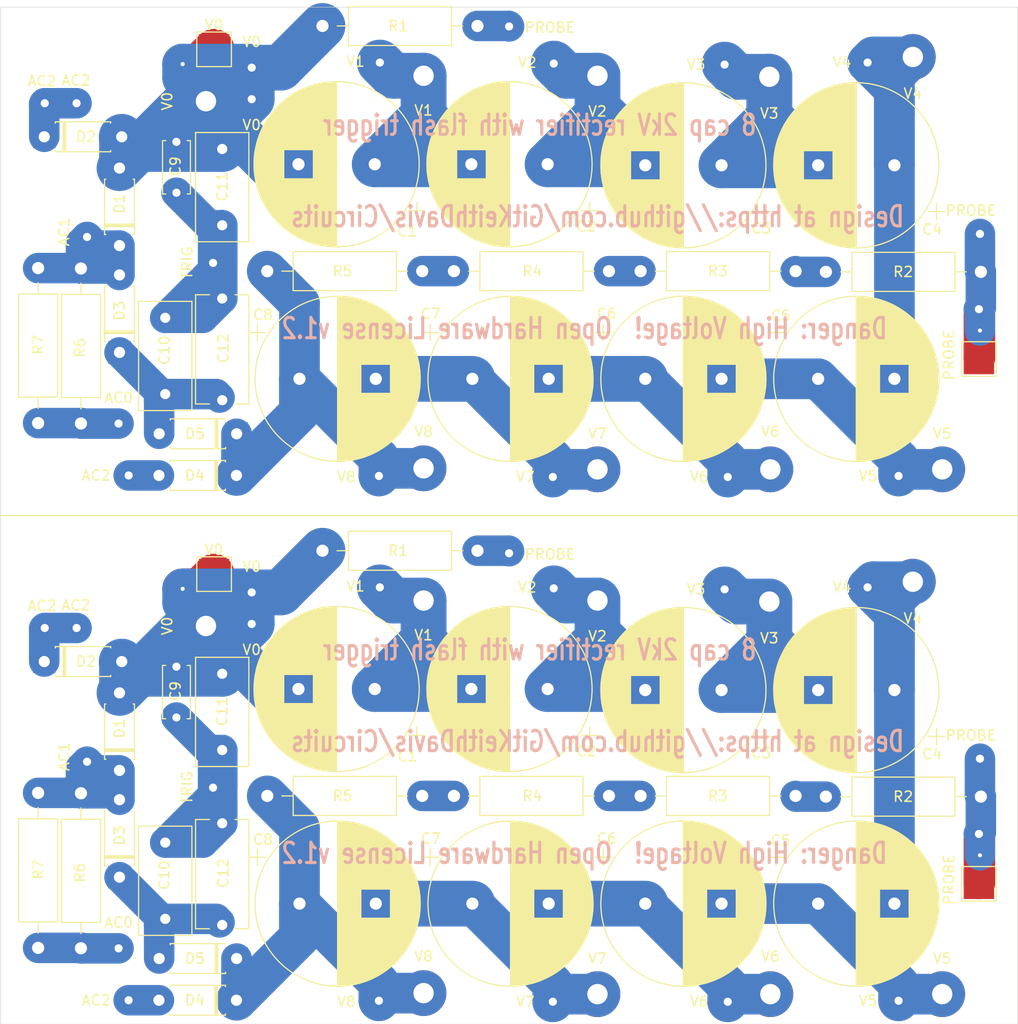
<source format=kicad_pcb>
(kicad_pcb (version 20171130) (host pcbnew 5.1.4-e60b266~84~ubuntu16.04.1)
  (title_block (title "8 cap 2kV rectifier with flash trigger bank") (date 2019-10-08) (company "Keith Davis") (comment 1 "Open Source Hardware﻿") (comment 2 "﻿CERN Open Hardware License v1.2"))
  (layers (0 F.Cu signal) (31 B.Cu signal) (34 B.Paste user) (35 F.Paste user) (36 B.SilkS user) (37 F.SilkS user) (38 B.Mask user) (39 F.Mask user) (44 Edge.Cuts user))
  (net 0 "")
  (net 1 V0)
  (net 2 V1)
  (net 3 V2)
  (net 4 V3)
  (net 5 V4)
  (net 6 V5)
  (net 7 V6)
  (net 8 V7)
  (net 9 V8)
  (net 10 TRIG)
  (net 11 "Net-(C10-Pad1)")
  (net 12 AC1)
  (net 13 AC2)
  (net 14 PROBE)
  (net 15 AC0)
  (net 16 "Net-(R2-Pad1)")
  (net 17 "Net-(R3-Pad1)")
  (net 18 "Net-(R4-Pad1)")
  (module Capacitor_THT:CP_Radial_D16.0mm_P7.50mm (layer F.Cu) (at 180.39 86.55)
    (fp_text reference C5 (at -3.7 -6.2) (layer F.SilkS))
    (fp_text value 270u)
    (pad 1 thru_hole rect (at 0 0) (size 2.4 2.4) (drill 1.2) (layers *.Cu *.Mask))
    (pad 2 thru_hole circle (at 7.5 0) (size 2.4 2.4) (drill 1.2) (layers *.Cu *.Mask))
  )
  (module Capacitor_THT:CP_Radial_D16.0mm_P7.50mm (layer F.Cu) (at 163.39 86.55)
    (fp_text reference C6 (at -3.8 -6.4) (layer F.SilkS))
    (fp_text value 270u)
    (pad 1 thru_hole rect (at 0 0) (size 2.4 2.4) (drill 1.2) (layers *.Cu *.Mask))
    (pad 2 thru_hole circle (at 7.5 0) (size 2.4 2.4) (drill 1.2) (layers *.Cu *.Mask))
  )
  (module Connector_Wire:SolderWirePad_1x01_Drill2mm (layer F.Cu) (at 158.69 95.45)
    (fp_text reference V7 (at 0 -3.5) (layer F.SilkS))
    (fp_text value Conn_01x01_Female)
    (pad 1 thru_hole circle (at 0 0) (size 4.50088 4.50088) (drill 1.99898) (layers *.Cu *.Mask))
  )
  (module Connector_Wire:SolderWirePad_1x01_Drill2mm (layer F.Cu) (at 141.59 95.35 90)
    (fp_text reference V8 (at 3.6 0 180) (layer F.SilkS))
    (fp_text value Conn_01x01_Female)
    (pad 1 thru_hole circle (at 0 0 90) (size 4.50088 4.50088) (drill 1.99898) (layers *.Cu *.Mask))
  )
  (module Connector_Wire:SolderWirePad_1x01_Drill0.8mm (layer F.Cu) (at 108.5 72.6 90)
    (fp_text reference AC1 (at 0.5 -2.25 90) (layer F.SilkS))
    (fp_text value Conn_01x01_Female)
    (pad 1 thru_hole circle (at 0 0 90) (size 1.99898 1.99898) (drill 0.8001) (layers *.Cu *.Mask))
  )
  (module Connector_Wire:SolderWirePad_1x01_Drill0.8mm (layer F.Cu) (at 112.59 96.05)
    (fp_text reference AC2 (at -3.2 0) (layer F.SilkS))
    (fp_text value Conn_01x01_Female)
    (pad 1 thru_hole circle (at 0 0) (size 1.99898 1.99898) (drill 0.8001) (layers *.Cu *.Mask))
  )
  (module custom:D_DO-41_SOD81_P7.62mm_Horizontal_ref_moved (layer F.Cu) (at 104.29 62.75)
    (fp_text reference D2 (at 4.1 0) (layer F.SilkS))
    (fp_text value R3000 hide)
    (pad 1 thru_hole rect (at 0 0) (size 2.2 2.2) (drill 1.1) (layers *.Cu *.Mask))
    (pad 2 thru_hole oval (at 7.62 0) (size 2.2 2.2) (drill 1.1) (layers *.Cu *.Mask))
  )
  (module Connector_Wire:SolderWirePad_1x01_Drill0.8mm (layer F.Cu) (at 154.3 96.2)
    (fp_text reference V7 (at -2.7 0) (layer F.SilkS))
    (fp_text value Conn_01x01_Female)
    (pad 1 thru_hole circle (at 0 0) (size 1.99898 1.99898) (drill 0.8001) (layers *.Cu *.Mask))
  )
  (module Connector_Wire:SolderWirePad_1x01_Drill0.8mm (layer F.Cu) (at 137.2 96.1)
    (fp_text reference V8 (at -3.2 0.1) (layer F.SilkS))
    (fp_text value Conn_01x01_Female)
    (pad 1 thru_hole circle (at 0 0) (size 1.99898 1.99898) (drill 0.8001) (layers *.Cu *.Mask))
  )
  (module custom:D_DO-41_SOD81_P7.62mm_Horizontal_ref_moved (layer F.Cu) (at 111.69 73.45 90)
    (fp_text reference D1 (at 4.12 0 90) (layer F.SilkS))
    (fp_text value R3000 hide)
    (pad 1 thru_hole rect (at 0 0 90) (size 2.2 2.2) (drill 1.1) (layers *.Cu *.Mask))
    (pad 2 thru_hole oval (at 7.62 0 90) (size 2.2 2.2) (drill 1.1) (layers *.Cu *.Mask))
  )
  (module Resistor_THT:R_Axial_DIN0411_L9.9mm_D3.6mm_P15.24mm_Horizontal (layer F.Cu) (at 162.93 75.96)
    (fp_text reference R3 (at 7.6 0) (layer F.SilkS))
    (fp_text value 10meg)
    (pad 1 thru_hole circle (at 0 0) (size 2.4 2.4) (drill 1.2) (layers *.Cu *.Mask))
    (pad 2 thru_hole oval (at 15.24 0) (size 2.4 2.4) (drill 1.2) (layers *.Cu *.Mask))
  )
  (module Connector_Wire:SolderWirePad_1x01_Drill2mm (layer F.Cu) (at 192.59 95.45)
    (fp_text reference V5 (at 0 -3.5) (layer F.SilkS))
    (fp_text value Conn_01x01_Female)
    (pad 1 thru_hole circle (at 0 0) (size 4.50088 4.50088) (drill 1.99898) (layers *.Cu *.Mask))
  )
  (module Connector_Wire:SolderWirePad_1x01_Drill2mm (layer F.Cu) (at 175.69 95.45)
    (fp_text reference V6 (at 0 -3.7) (layer F.SilkS))
    (fp_text value Conn_01x01_Female)
    (pad 1 thru_hole circle (at 0 0) (size 4.50088 4.50088) (drill 1.99898) (layers *.Cu *.Mask))
  )
  (module Resistor_THT:R_Axial_DIN0411_L9.9mm_D3.6mm_P15.24mm_Horizontal (layer F.Cu) (at 126.22 75.96)
    (fp_text reference R5 (at 7.4 0) (layer F.SilkS))
    (fp_text value 10meg)
    (pad 1 thru_hole circle (at 0 0) (size 2.4 2.4) (drill 1.2) (layers *.Cu *.Mask))
    (pad 2 thru_hole oval (at 15.24 0) (size 2.4 2.4) (drill 1.2) (layers *.Cu *.Mask))
  )
  (module Connector_Wire:SolderWirePad_1x01_Drill0.8mm (layer F.Cu) (at 107.47 59.45)
    (fp_text reference AC2 (at -0.07 -2.24) (layer F.SilkS))
    (fp_text value Conn_01x01_Female)
    (pad 1 thru_hole circle (at 0 0) (size 1.99898 1.99898) (drill 0.8001) (layers *.Cu *.Mask))
  )
  (module MountingHole:MountingHole_2.2mm_M2_DIN965 (layer F.Cu) (at 106 95.2)
    (fp_text reference REF** hide)
    (fp_text value MountingHole_2.2mm_M2_DIN965)
    (pad 1 np_thru_hole circle (at 0 0) (size 2.2 2.2) (drill 2.2) (layers *.Cu *.Mask))
  )
  (module Connector_Wire:SolderWirePad_1x01_Drill0.8mm (layer F.Cu) (at 196.3 72.3)
    (fp_text reference PROBE (at -0.9 -2.3) (layer F.SilkS))
    (fp_text value Conn_01x01_Female)
    (pad 1 thru_hole circle (at 0 0) (size 1.99898 1.99898) (drill 0.8001) (layers *.Cu *.Mask))
  )
  (module Connector_Wire:SolderWirePad_1x01_Drill0.8mm (layer F.Cu) (at 124.69 59.05 180)
    (fp_text reference V0 (at 0 -2.54) (layer F.SilkS))
    (fp_text value Conn_01x01_Female)
    (pad 1 thru_hole circle (at 0 0 180) (size 1.99898 1.99898) (drill 0.8001) (layers *.Cu *.Mask))
  )
  (module Resistor_THT:R_Axial_DIN0411_L9.9mm_D3.6mm_P15.24mm_Horizontal (layer F.Cu) (at 103.69 90.9 90)
    (fp_text reference R7 (at 7.7 0 90) (layer F.SilkS))
    (fp_text value 1meg)
    (pad 1 thru_hole circle (at 0 0 90) (size 2.4 2.4) (drill 1.2) (layers *.Cu *.Mask))
    (pad 2 thru_hole oval (at 15.24 0 90) (size 2.4 2.4) (drill 1.2) (layers *.Cu *.Mask))
  )
  (module custom:D_DO-41_SOD81_P7.62mm_Horizontal_ref_moved (layer F.Cu) (at 111.69 83.95 90)
    (fp_text reference D3 (at 4.1 0 90) (layer F.SilkS))
    (fp_text value R3000 hide)
    (pad 1 thru_hole rect (at 0 0 90) (size 2.2 2.2) (drill 1.1) (layers *.Cu *.Mask))
    (pad 2 thru_hole oval (at 7.62 0 90) (size 2.2 2.2) (drill 1.1) (layers *.Cu *.Mask))
  )
  (module TestPoint:TestPoint_Pad_3.0x3.0mm (layer F.Cu) (at 120.99 54.15)
    (fp_text reference V0 (at 0 -2.398) (layer F.SilkS))
    (fp_text value Conn_01x01_Female)
    (pad 1 smd rect (at 0 0) (size 3 3) (layers F.Cu F.Mask))
  )
  (module Connector_Wire:SolderWirePad_1x01_Drill0.8mm (layer F.Cu) (at 150 51.9 90)
    (fp_text reference PROBE (at -0.1 4 180) (layer F.SilkS))
    (fp_text value Conn_01x01_Female)
    (pad 1 thru_hole circle (at 0 0 90) (size 1.99898 1.99898) (drill 0.8001) (layers *.Cu *.Mask))
  )
  (module Connector_Wire:SolderWirePad_1x01_Drill0.8mm (layer F.Cu) (at 104.34 59.45 270)
    (fp_text reference AC2 (at -2.18 0.27 180) (layer F.SilkS))
    (fp_text value Conn_01x01_Female)
    (pad 1 thru_hole circle (at 0 0 270) (size 1.99898 1.99898) (drill 0.8001) (layers *.Cu *.Mask))
  )
  (module custom:D_DO-41_SOD81_P7.62mm_Horizontal_ref_moved (layer F.Cu) (at 123.21 91.95 180)
    (fp_text reference D5 (at 4.1 0) (layer F.SilkS))
    (fp_text value R3000 hide)
    (pad 1 thru_hole rect (at 0 0 180) (size 2.2 2.2) (drill 1.1) (layers *.Cu *.Mask))
    (pad 2 thru_hole oval (at 7.62 0 180) (size 2.2 2.2) (drill 1.1) (layers *.Cu *.Mask))
  )
  (module Connector_Wire:SolderWirePad_1x01_Drill0.8mm (layer F.Cu) (at 120.89 75.15 90)
    (fp_text reference TRIG (at 0 -2.54 90) (layer F.SilkS))
    (fp_text value Conn_01x01_Female)
    (pad 1 thru_hole circle (at 0 0 90) (size 1.99898 1.99898) (drill 0.8001) (layers *.Cu *.Mask))
  )
  (module Connector_Wire:SolderWirePad_1x01_Drill0.8mm (layer F.Cu) (at 111.6 90.95)
    (fp_text reference AC0 (at 0 -2.54) (layer F.SilkS))
    (fp_text value Conn_01x01_Female)
    (pad 1 thru_hole circle (at 0 0) (size 1.99898 1.99898) (drill 0.8001) (layers *.Cu *.Mask))
  )
  (module Connector_Wire:SolderWirePad_1x01_Drill2mm (layer F.Cu) (at 141.59 56.65 90)
    (fp_text reference V1 (at -3.5 0 180) (layer F.SilkS))
    (fp_text value Conn_01x01_Female)
    (pad 1 thru_hole circle (at -0.1 0 90) (size 4.50088 4.50088) (drill 1.99898) (layers *.Cu *.Mask))
  )
  (module Connector_Wire:SolderWirePad_1x01_Drill2mm (layer F.Cu) (at 158.69 56.75)
    (fp_text reference V2 (at 0 3.5) (layer F.SilkS))
    (fp_text value Conn_01x01_Female)
    (pad 1 thru_hole circle (at 0 0) (size 4.50088 4.50088) (drill 1.99898) (layers *.Cu *.Mask))
  )
  (module Resistor_THT:R_Axial_DIN0411_L9.9mm_D3.6mm_P15.24mm_Horizontal (layer F.Cu) (at 181.15 76.03)
    (fp_text reference R2 (at 7.6 0) (layer F.SilkS))
    (fp_text value 10meg)
    (pad 1 thru_hole circle (at 0 0) (size 2.4 2.4) (drill 1.2) (layers *.Cu *.Mask))
    (pad 2 thru_hole oval (at 15.24 0) (size 2.4 2.4) (drill 1.2) (layers *.Cu *.Mask))
  )
  (module Connector_Wire:SolderWirePad_1x01_Drill2mm (layer F.Cu) (at 175.59 56.85)
    (fp_text reference V3 (at 0 3.6) (layer F.SilkS))
    (fp_text value Conn_01x01_Female)
    (pad 1 thru_hole circle (at 0 0) (size 4.50088 4.50088) (drill 1.99898) (layers *.Cu *.Mask))
  )
  (module Connector_Wire:SolderWirePad_1x01_Drill2mm (layer F.Cu) (at 189.7 54.9)
    (fp_text reference V4 (at 0 3.6) (layer F.SilkS))
    (fp_text value Conn_01x01_Female)
    (pad 1 thru_hole circle (at 0 0) (size 4.50088 4.50088) (drill 1.99898) (layers *.Cu *.Mask))
  )
  (module Connector_Wire:SolderWirePad_1x01_Drill0.8mm (layer F.Cu) (at 124.69 55.95)
    (fp_text reference V0 (at 0 -2.54) (layer F.SilkS))
    (fp_text value Conn_01x01_Female)
    (pad 1 thru_hole circle (at 0 0) (size 1.99898 1.99898) (drill 0.8001) (layers *.Cu *.Mask))
  )
  (module Connector_Wire:SolderWirePad_1x01_Drill2mm (layer F.Cu) (at 120.19 59.25 90)
    (fp_text reference V0 (at 0 -3.81 90) (layer F.SilkS))
    (fp_text value Conn_01x01_Female)
    (pad 1 thru_hole circle (at 0 0 90) (size 4.50088 4.50088) (drill 1.99898) (layers *.Cu *.Mask))
  )
  (module Connector_Wire:SolderWirePad_1x01_Drill0.8mm (layer F.Cu) (at 171.19 55.65)
    (fp_text reference V3 (at -2.8 0) (layer F.SilkS))
    (fp_text value Conn_01x01_Female)
    (pad 1 thru_hole circle (at 0 0) (size 1.99898 1.99898) (drill 0.8001) (layers *.Cu *.Mask))
  )
  (module Connector_Wire:SolderWirePad_1x01_Drill0.8mm (layer F.Cu) (at 185.25 55.45 180)
    (fp_text reference V4 (at 2.5 0) (layer F.SilkS))
    (fp_text value Conn_01x01_Female)
    (pad 1 thru_hole circle (at 0 0 180) (size 1.99898 1.99898) (drill 0.8001) (layers *.Cu *.Mask))
  )
  (module Resistor_THT:R_Axial_DIN0411_L9.9mm_D3.6mm_P15.24mm_Horizontal (layer F.Cu) (at 146.89 51.85 180)
    (fp_text reference R1 (at 7.8 0) (layer F.SilkS))
    (fp_text value 47k)
    (pad 1 thru_hole circle (at 0 0 180) (size 2.4 2.4) (drill 1.2) (layers *.Cu *.Mask))
    (pad 2 thru_hole oval (at 15.24 0 180) (size 2.4 2.4) (drill 1.2) (layers *.Cu *.Mask))
  )
  (module MountingHole:MountingHole_2.2mm_M2_DIN965 (layer F.Cu) (at 196 89.2)
    (fp_text reference REF** hide)
    (fp_text value MountingHole_2.2mm_M2_DIN965)
    (pad 1 np_thru_hole circle (at 0 0) (size 2.2 2.2) (drill 2.2) (layers *.Cu *.Mask))
  )
  (module Capacitor_THT:CP_Radial_D16.0mm_P7.50mm (layer F.Cu) (at 136.79 65.45 180)
    (fp_text reference C1 (at -3.2 -6.6) (layer F.SilkS))
    (fp_text value 270u)
    (pad 1 thru_hole rect (at 0 0 180) (size 2.4 2.4) (drill 1.2) (layers *.Cu *.Mask))
    (pad 2 thru_hole circle (at 7.5 0 180) (size 2.4 2.4) (drill 1.2) (layers *.Cu *.Mask))
  )
  (module Capacitor_THT:CP_Radial_D16.0mm_P7.50mm (layer F.Cu) (at 153.79 65.45 180)
    (fp_text reference C2 (at -3.8 -6.1) (layer F.SilkS))
    (fp_text value 270u)
    (pad 1 thru_hole rect (at 0 0 180) (size 2.4 2.4) (drill 1.2) (layers *.Cu *.Mask))
    (pad 2 thru_hole circle (at 7.5 0 180) (size 2.4 2.4) (drill 1.2) (layers *.Cu *.Mask))
  )
  (module Capacitor_THT:CP_Radial_D16.0mm_P7.50mm (layer F.Cu) (at 170.89 65.55 180)
    (fp_text reference C3 (at -3.9 -6.2) (layer F.SilkS))
    (fp_text value 270u)
    (pad 1 thru_hole rect (at 0 0 180) (size 2.4 2.4) (drill 1.2) (layers *.Cu *.Mask))
    (pad 2 thru_hole circle (at 7.5 0 180) (size 2.4 2.4) (drill 1.2) (layers *.Cu *.Mask))
  )
  (module Capacitor_THT:CP_Radial_D16.0mm_P7.50mm (layer F.Cu) (at 187.89 65.55 180)
    (fp_text reference C4 (at -3.7 -6.3) (layer F.SilkS))
    (fp_text value 270u)
    (pad 1 thru_hole rect (at 0 0 180) (size 2.4 2.4) (drill 1.2) (layers *.Cu *.Mask))
    (pad 2 thru_hole circle (at 7.5 0 180) (size 2.4 2.4) (drill 1.2) (layers *.Cu *.Mask))
  )
  (module custom:D_DO-41_SOD81_P7.62mm_Horizontal_ref_moved (layer F.Cu) (at 123.19 96.05 180)
    (fp_text reference D4 (at 4.1 0) (layer F.SilkS))
    (fp_text value R3000 hide)
    (pad 1 thru_hole rect (at 0 0 180) (size 2.2 2.2) (drill 1.1) (layers *.Cu *.Mask))
    (pad 2 thru_hole oval (at 7.62 0 180) (size 2.2 2.2) (drill 1.1) (layers *.Cu *.Mask))
  )
  (module Connector_Wire:SolderWirePad_1x01_Drill0.8mm (layer F.Cu) (at 196.2 79.7)
    (fp_text reference PROBE hide)
    (fp_text value Conn_01x01_Female)
    (pad 1 thru_hole circle (at 0 0) (size 1.99898 1.99898) (drill 0.8001) (layers *.Cu *.Mask))
  )
  (module Capacitor_THT:C_Disc_D10.5mm_W5.0mm_P10.00mm (layer F.Cu) (at 121.79 88.65 90)
    (fp_text reference C12 (at 5.1 0.1 90) (layer F.SilkS))
    (fp_text value 10n)
    (pad 1 thru_hole circle (at 0 0 90) (size 2 2) (drill 1) (layers *.Cu *.Mask))
    (pad 2 thru_hole circle (at 10 0 90) (size 2 2) (drill 1) (layers *.Cu *.Mask))
  )
  (module Resistor_THT:R_Axial_DIN0411_L9.9mm_D3.6mm_P15.24mm_Horizontal (layer F.Cu) (at 107.9 75.7 270)
    (fp_text reference R6 (at 7.8 0.1 90) (layer F.SilkS))
    (fp_text value 1meg)
    (pad 1 thru_hole circle (at 0 0 270) (size 2.4 2.4) (drill 1.2) (layers *.Cu *.Mask))
    (pad 2 thru_hole oval (at 15.24 0 270) (size 2.4 2.4) (drill 1.2) (layers *.Cu *.Mask))
  )
  (module TestPoint:TestPoint_Pad_3.0x3.0mm (layer F.Cu) (at 196.2 84.6)
    (fp_text reference PROBE (at -2.95 -0.4 270) (layer F.SilkS))
    (fp_text value Conn_01x01_Female)
    (pad 1 smd rect (at 0 0) (size 3 3) (layers F.Cu F.Mask))
  )
  (module Resistor_THT:R_Axial_DIN0411_L9.9mm_D3.6mm_P15.24mm_Horizontal (layer F.Cu) (at 144.58 75.96)
    (fp_text reference R4 (at 7.7 0) (layer F.SilkS))
    (fp_text value 10meg)
    (pad 1 thru_hole circle (at 0 0) (size 2.4 2.4) (drill 1.2) (layers *.Cu *.Mask))
    (pad 2 thru_hole oval (at 15.24 0) (size 2.4 2.4) (drill 1.2) (layers *.Cu *.Mask))
  )
  (module Capacitor_THT:C_Disc_D10.5mm_W5.0mm_P7.50mm (layer F.Cu) (at 121.79 71.45 90)
    (fp_text reference C11 (at 3.8 0 90) (layer F.SilkS))
    (fp_text value 1n)
    (pad 1 thru_hole circle (at 0 0 90) (size 2 2) (drill 1) (layers *.Cu *.Mask))
    (pad 2 thru_hole circle (at 7.5 0 90) (size 2 2) (drill 1) (layers *.Cu *.Mask))
  )
  (module Capacitor_THT:C_Disc_D10.5mm_W5.0mm_P7.50mm (layer F.Cu) (at 116.19 88.05 90)
    (fp_text reference C10 (at 4.3 -0.1 90) (layer F.SilkS))
    (fp_text value 10n)
    (pad 1 thru_hole circle (at 0 0 90) (size 2 2) (drill 1) (layers *.Cu *.Mask))
    (pad 2 thru_hole circle (at 7.5 0 90) (size 2 2) (drill 1) (layers *.Cu *.Mask))
  )
  (module MountingHole:MountingHole_2.2mm_M2_DIN965 (layer F.Cu) (at 106 53.2)
    (fp_text reference REF** hide)
    (fp_text value MountingHole_2.2mm_M2_DIN965)
    (pad 1 np_thru_hole circle (at 0 0) (size 2.2 2.2) (drill 2.2) (layers *.Cu *.Mask))
  )
  (module Capacitor_THT:CP_Radial_D16.0mm_P7.50mm (layer F.Cu) (at 146.39 86.55)
    (fp_text reference C7 (at -4.1 -6.4) (layer F.SilkS))
    (fp_text value 270u)
    (pad 1 thru_hole rect (at 0 0) (size 2.4 2.4) (drill 1.2) (layers *.Cu *.Mask))
    (pad 2 thru_hole circle (at 7.5 0) (size 2.4 2.4) (drill 1.2) (layers *.Cu *.Mask))
  )
  (module Capacitor_THT:C_Disc_D5.0mm_W2.5mm_P5.00mm (layer F.Cu) (at 117.29 68.25 90)
    (fp_text reference C9 (at 2.6 -0.1 90) (layer F.SilkS))
    (fp_text value 1n)
    (pad 1 thru_hole circle (at 0 0 90) (size 1.6 1.6) (drill 0.8) (layers *.Cu *.Mask))
    (pad 2 thru_hole circle (at 5 0 90) (size 1.6 1.6) (drill 0.8) (layers *.Cu *.Mask))
  )
  (module Connector_Wire:SolderWirePad_1x01_Drill0.8mm (layer F.Cu) (at 188.3 96.1)
    (fp_text reference V5 (at -3 0) (layer F.SilkS))
    (fp_text value Conn_01x01_Female)
    (pad 1 thru_hole circle (at 0 0) (size 1.99898 1.99898) (drill 0.8001) (layers *.Cu *.Mask))
  )
  (module Connector_Wire:SolderWirePad_1x01_Drill0.8mm (layer F.Cu) (at 171.5 96.2)
    (fp_text reference V6 (at -2.8 0) (layer F.SilkS))
    (fp_text value Conn_01x01_Female)
    (pad 1 thru_hole circle (at 0 0) (size 1.99898 1.99898) (drill 0.8001) (layers *.Cu *.Mask))
  )
  (module Connector_Wire:SolderWirePad_1x01_Drill0.8mm (layer F.Cu) (at 137.29 55.45 180)
    (fp_text reference V1 (at 2.4 0.1) (layer F.SilkS))
    (fp_text value Conn_01x01_Female)
    (pad 1 thru_hole circle (at 0 0 180) (size 1.99898 1.99898) (drill 0.8001) (layers *.Cu *.Mask))
  )
  (module Connector_Wire:SolderWirePad_1x01_Drill0.8mm (layer F.Cu) (at 154.39 55.55 180)
    (fp_text reference V2 (at 2.6 0.1) (layer F.SilkS))
    (fp_text value Conn_01x01_Female)
    (pad 1 thru_hole circle (at 0 0 180) (size 1.99898 1.99898) (drill 0.8001) (layers *.Cu *.Mask))
  )
  (module Capacitor_THT:CP_Radial_D16.0mm_P7.50mm (layer F.Cu) (at 129.39 86.55)
    (fp_text reference C8 (at -3.6 -6.3) (layer F.SilkS))
    (fp_text value 270u)
    (pad 1 thru_hole rect (at 0 0) (size 2.4 2.4) (drill 1.2) (layers *.Cu *.Mask))
    (pad 2 thru_hole circle (at 7.5 0) (size 2.4 2.4) (drill 1.2) (layers *.Cu *.Mask))
  )
  (module MountingHole:MountingHole_2.2mm_M2_DIN965 (layer F.Cu) (at 196 59.2)
    (fp_text reference REF** hide)
    (fp_text value MountingHole_2.2mm_M2_DIN965)
    (pad 1 np_thru_hole circle (at 0 0) (size 2.2 2.2) (drill 2.2) (layers *.Cu *.Mask))
  )
  (module MountingHole:MountingHole_2.2mm_M2_DIN965 (layer F.Cu) (at 196 140.8)
    (fp_text reference REF** hide)
    (fp_text value MountingHole_2.2mm_M2_DIN965)
    (pad 1 np_thru_hole circle (at 0 0) (size 2.2 2.2) (drill 2.2) (layers *.Cu *.Mask))
  )
  (module MountingHole:MountingHole_2.2mm_M2_DIN965 (layer F.Cu) (at 196 110.8)
    (fp_text reference REF** hide)
    (fp_text value MountingHole_2.2mm_M2_DIN965)
    (pad 1 np_thru_hole circle (at 0 0) (size 2.2 2.2) (drill 2.2) (layers *.Cu *.Mask))
  )
  (module MountingHole:MountingHole_2.2mm_M2_DIN965 (layer F.Cu) (at 106 146.8)
    (fp_text reference REF** hide)
    (fp_text value MountingHole_2.2mm_M2_DIN965)
    (pad 1 np_thru_hole circle (at 0 0) (size 2.2 2.2) (drill 2.2) (layers *.Cu *.Mask))
  )
  (module MountingHole:MountingHole_2.2mm_M2_DIN965 (layer F.Cu) (at 106 104.8)
    (fp_text reference REF** hide)
    (fp_text value MountingHole_2.2mm_M2_DIN965)
    (pad 1 np_thru_hole circle (at 0 0) (size 2.2 2.2) (drill 2.2) (layers *.Cu *.Mask))
  )
  (module Connector_Wire:SolderWirePad_1x01_Drill0.8mm (layer F.Cu) (at 196.2 131.3)
    (fp_text reference PROBE hide)
    (fp_text value Conn_01x01_Female)
    (pad 1 thru_hole circle (at 0 0) (size 1.99898 1.99898) (drill 0.8001) (layers *.Cu *.Mask) (net 14 PROBE))
  )
  (module Connector_Wire:SolderWirePad_1x01_Drill0.8mm (layer F.Cu) (at 104.34 111.05 270)
    (fp_text reference AC2 (at -2.18 0.27 180) (layer F.SilkS))
    (fp_text value Conn_01x01_Female)
    (pad 1 thru_hole circle (at 0 0 270) (size 1.99898 1.99898) (drill 0.8001) (layers *.Cu *.Mask) (net 13 AC2))
  )
  (module Connector_Wire:SolderWirePad_1x01_Drill0.8mm (layer F.Cu) (at 107.47 111.05)
    (fp_text reference AC2 (at -0.07 -2.24) (layer F.SilkS))
    (fp_text value Conn_01x01_Female)
    (pad 1 thru_hole circle (at 0 0) (size 1.99898 1.99898) (drill 0.8001) (layers *.Cu *.Mask) (net 13 AC2))
  )
  (module Resistor_THT:R_Axial_DIN0411_L9.9mm_D3.6mm_P15.24mm_Horizontal (layer F.Cu) (at 103.69 142.5 90)
    (fp_text reference R7 (at 7.7 0 90) (layer F.SilkS))
    (fp_text value 1meg)
    (pad 2 thru_hole oval (at 15.24 0 90) (size 2.4 2.4) (drill 1.2) (layers *.Cu *.Mask) (net 12 AC1))
    (pad 1 thru_hole circle (at 0 0 90) (size 2.4 2.4) (drill 1.2) (layers *.Cu *.Mask) (net 15 AC0))
  )
  (module Resistor_THT:R_Axial_DIN0411_L9.9mm_D3.6mm_P15.24mm_Horizontal (layer F.Cu) (at 107.9 127.3 270)
    (fp_text reference R6 (at 7.8 0.1 90) (layer F.SilkS))
    (fp_text value 1meg)
    (pad 2 thru_hole oval (at 15.24 0 270) (size 2.4 2.4) (drill 1.2) (layers *.Cu *.Mask) (net 15 AC0))
    (pad 1 thru_hole circle (at 0 0 270) (size 2.4 2.4) (drill 1.2) (layers *.Cu *.Mask) (net 12 AC1))
  )
  (module Resistor_THT:R_Axial_DIN0411_L9.9mm_D3.6mm_P15.24mm_Horizontal (layer F.Cu) (at 126.22 127.56)
    (fp_text reference R5 (at 7.4 0) (layer F.SilkS))
    (fp_text value 10meg)
    (pad 2 thru_hole oval (at 15.24 0) (size 2.4 2.4) (drill 1.2) (layers *.Cu *.Mask) (net 18 "Net-(R4-Pad1)"))
    (pad 1 thru_hole circle (at 0 0) (size 2.4 2.4) (drill 1.2) (layers *.Cu *.Mask) (net 9 V8))
  )
  (module Resistor_THT:R_Axial_DIN0411_L9.9mm_D3.6mm_P15.24mm_Horizontal (layer F.Cu) (at 144.58 127.56)
    (fp_text reference R4 (at 7.7 0) (layer F.SilkS))
    (fp_text value 10meg)
    (pad 2 thru_hole oval (at 15.24 0) (size 2.4 2.4) (drill 1.2) (layers *.Cu *.Mask) (net 17 "Net-(R3-Pad1)"))
    (pad 1 thru_hole circle (at 0 0) (size 2.4 2.4) (drill 1.2) (layers *.Cu *.Mask) (net 18 "Net-(R4-Pad1)"))
  )
  (module Resistor_THT:R_Axial_DIN0411_L9.9mm_D3.6mm_P15.24mm_Horizontal (layer F.Cu) (at 162.93 127.56)
    (fp_text reference R3 (at 7.6 0) (layer F.SilkS))
    (fp_text value 10meg)
    (pad 2 thru_hole oval (at 15.24 0) (size 2.4 2.4) (drill 1.2) (layers *.Cu *.Mask) (net 16 "Net-(R2-Pad1)"))
    (pad 1 thru_hole circle (at 0 0) (size 2.4 2.4) (drill 1.2) (layers *.Cu *.Mask) (net 17 "Net-(R3-Pad1)"))
  )
  (module Resistor_THT:R_Axial_DIN0411_L9.9mm_D3.6mm_P15.24mm_Horizontal (layer F.Cu) (at 181.15 127.63)
    (fp_text reference R2 (at 7.6 0) (layer F.SilkS))
    (fp_text value 10meg)
    (pad 2 thru_hole oval (at 15.24 0) (size 2.4 2.4) (drill 1.2) (layers *.Cu *.Mask) (net 14 PROBE))
    (pad 1 thru_hole circle (at 0 0) (size 2.4 2.4) (drill 1.2) (layers *.Cu *.Mask) (net 16 "Net-(R2-Pad1)"))
  )
  (module Resistor_THT:R_Axial_DIN0411_L9.9mm_D3.6mm_P15.24mm_Horizontal (layer F.Cu) (at 146.89 103.45 180)
    (fp_text reference R1 (at 7.8 0) (layer F.SilkS))
    (fp_text value 47k)
    (pad 2 thru_hole oval (at 15.24 0 180) (size 2.4 2.4) (drill 1.2) (layers *.Cu *.Mask) (net 1 V0))
    (pad 1 thru_hole circle (at 0 0 180) (size 2.4 2.4) (drill 1.2) (layers *.Cu *.Mask) (net 14 PROBE))
  )
  (module Connector_Wire:SolderWirePad_1x01_Drill0.8mm (layer F.Cu) (at 111.6 142.55)
    (fp_text reference AC0 (at 0 -2.54) (layer F.SilkS))
    (fp_text value Conn_01x01_Female)
    (pad 1 thru_hole circle (at 0 0) (size 1.99898 1.99898) (drill 0.8001) (layers *.Cu *.Mask) (net 15 AC0))
  )
  (module Connector_Wire:SolderWirePad_1x01_Drill0.8mm (layer F.Cu) (at 120.89 126.75 90)
    (fp_text reference TRIG (at 0 -2.54 90) (layer F.SilkS))
    (fp_text value Conn_01x01_Female)
    (pad 1 thru_hole circle (at 0 0 90) (size 1.99898 1.99898) (drill 0.8001) (layers *.Cu *.Mask) (net 10 TRIG))
  )
  (module Connector_Wire:SolderWirePad_1x01_Drill2mm (layer F.Cu) (at 141.59 146.95 90)
    (fp_text reference V8 (at 3.6 0 180) (layer F.SilkS))
    (fp_text value Conn_01x01_Female)
    (pad 1 thru_hole circle (at 0 0 90) (size 4.50088 4.50088) (drill 1.99898) (layers *.Cu *.Mask) (net 9 V8))
  )
  (module Connector_Wire:SolderWirePad_1x01_Drill2mm (layer F.Cu) (at 158.69 147.05)
    (fp_text reference V7 (at 0 -3.5) (layer F.SilkS))
    (fp_text value Conn_01x01_Female)
    (pad 1 thru_hole circle (at 0 0) (size 4.50088 4.50088) (drill 1.99898) (layers *.Cu *.Mask) (net 8 V7))
  )
  (module Connector_Wire:SolderWirePad_1x01_Drill2mm (layer F.Cu) (at 175.69 147.05)
    (fp_text reference V6 (at 0 -3.7) (layer F.SilkS))
    (fp_text value Conn_01x01_Female)
    (pad 1 thru_hole circle (at 0 0) (size 4.50088 4.50088) (drill 1.99898) (layers *.Cu *.Mask) (net 7 V6))
  )
  (module Connector_Wire:SolderWirePad_1x01_Drill2mm (layer F.Cu) (at 192.59 147.05)
    (fp_text reference V5 (at 0 -3.5) (layer F.SilkS))
    (fp_text value Conn_01x01_Female)
    (pad 1 thru_hole circle (at 0 0) (size 4.50088 4.50088) (drill 1.99898) (layers *.Cu *.Mask) (net 6 V5))
  )
  (module Connector_Wire:SolderWirePad_1x01_Drill2mm (layer F.Cu) (at 189.7 106.5)
    (fp_text reference V4 (at 0 3.6) (layer F.SilkS))
    (fp_text value Conn_01x01_Female)
    (pad 1 thru_hole circle (at 0 0) (size 4.50088 4.50088) (drill 1.99898) (layers *.Cu *.Mask) (net 5 V4))
  )
  (module Connector_Wire:SolderWirePad_1x01_Drill2mm (layer F.Cu) (at 175.59 108.45)
    (fp_text reference V3 (at 0 3.6) (layer F.SilkS))
    (fp_text value Conn_01x01_Female)
    (pad 1 thru_hole circle (at 0 0) (size 4.50088 4.50088) (drill 1.99898) (layers *.Cu *.Mask) (net 4 V3))
  )
  (module Connector_Wire:SolderWirePad_1x01_Drill2mm (layer F.Cu) (at 158.69 108.35)
    (fp_text reference V2 (at 0 3.5) (layer F.SilkS))
    (fp_text value Conn_01x01_Female)
    (pad 1 thru_hole circle (at 0 0) (size 4.50088 4.50088) (drill 1.99898) (layers *.Cu *.Mask) (net 3 V2))
  )
  (module Connector_Wire:SolderWirePad_1x01_Drill2mm (layer F.Cu) (at 141.59 108.25 90)
    (fp_text reference V1 (at -3.5 0 180) (layer F.SilkS))
    (fp_text value Conn_01x01_Female)
    (pad 1 thru_hole circle (at -0.1 0 90) (size 4.50088 4.50088) (drill 1.99898) (layers *.Cu *.Mask) (net 2 V1))
  )
  (module Connector_Wire:SolderWirePad_1x01_Drill2mm (layer F.Cu) (at 120.19 110.85 90)
    (fp_text reference V0 (at 0 -3.81 90) (layer F.SilkS))
    (fp_text value Conn_01x01_Female)
    (pad 1 thru_hole circle (at 0 0 90) (size 4.50088 4.50088) (drill 1.99898) (layers *.Cu *.Mask) (net 1 V0))
  )
  (module Connector_Wire:SolderWirePad_1x01_Drill0.8mm (layer F.Cu) (at 124.69 107.55)
    (fp_text reference V0 (at 0 -2.54) (layer F.SilkS))
    (fp_text value Conn_01x01_Female)
    (pad 1 thru_hole circle (at 0 0) (size 1.99898 1.99898) (drill 0.8001) (layers *.Cu *.Mask) (net 1 V0))
  )
  (module Connector_Wire:SolderWirePad_1x01_Drill0.8mm (layer F.Cu) (at 150 103.7 90)
    (fp_text reference PROBE (at -0.1 4 180) (layer F.SilkS))
    (fp_text value Conn_01x01_Female)
    (pad 1 thru_hole circle (at 0 0 90) (size 1.99898 1.99898) (drill 0.8001) (layers *.Cu *.Mask) (net 14 PROBE))
  )
  (module TestPoint:TestPoint_Pad_3.0x3.0mm (layer F.Cu) (at 120.99 105.75)
    (fp_text reference V0 (at 0 -2.398) (layer F.SilkS))
    (fp_text value Conn_01x01_Female)
    (pad 1 smd rect (at 0 0) (size 3 3) (layers F.Cu F.Mask) (net 1 V0))
  )
  (module TestPoint:TestPoint_Pad_3.0x3.0mm (layer F.Cu) (at 196.2 136.2)
    (fp_text reference PROBE (at -2.95 -0.4 270) (layer F.SilkS))
    (fp_text value Conn_01x01_Female)
    (pad 1 smd rect (at 0 0) (size 3 3) (layers F.Cu F.Mask) (net 14 PROBE))
  )
  (module Connector_Wire:SolderWirePad_1x01_Drill0.8mm (layer F.Cu) (at 137.2 147.7)
    (fp_text reference V8 (at -3.2 0.1) (layer F.SilkS))
    (fp_text value Conn_01x01_Female)
    (pad 1 thru_hole circle (at 0 0) (size 1.99898 1.99898) (drill 0.8001) (layers *.Cu *.Mask) (net 9 V8))
  )
  (module Connector_Wire:SolderWirePad_1x01_Drill0.8mm (layer F.Cu) (at 154.3 147.8)
    (fp_text reference V7 (at -2.7 0) (layer F.SilkS))
    (fp_text value Conn_01x01_Female)
    (pad 1 thru_hole circle (at 0 0) (size 1.99898 1.99898) (drill 0.8001) (layers *.Cu *.Mask) (net 8 V7))
  )
  (module Connector_Wire:SolderWirePad_1x01_Drill0.8mm (layer F.Cu) (at 171.5 147.8)
    (fp_text reference V6 (at -2.8 0) (layer F.SilkS))
    (fp_text value Conn_01x01_Female)
    (pad 1 thru_hole circle (at 0 0) (size 1.99898 1.99898) (drill 0.8001) (layers *.Cu *.Mask) (net 7 V6))
  )
  (module Connector_Wire:SolderWirePad_1x01_Drill0.8mm (layer F.Cu) (at 188.3 147.7)
    (fp_text reference V5 (at -3 0) (layer F.SilkS))
    (fp_text value Conn_01x01_Female)
    (pad 1 thru_hole circle (at 0 0) (size 1.99898 1.99898) (drill 0.8001) (layers *.Cu *.Mask) (net 6 V5))
  )
  (module Connector_Wire:SolderWirePad_1x01_Drill0.8mm (layer F.Cu) (at 185.25 107.05 180)
    (fp_text reference V4 (at 2.5 0) (layer F.SilkS))
    (fp_text value Conn_01x01_Female)
    (pad 1 thru_hole circle (at 0 0 180) (size 1.99898 1.99898) (drill 0.8001) (layers *.Cu *.Mask) (net 5 V4))
  )
  (module Connector_Wire:SolderWirePad_1x01_Drill0.8mm (layer F.Cu) (at 171.19 107.25)
    (fp_text reference V3 (at -2.8 0) (layer F.SilkS))
    (fp_text value Conn_01x01_Female)
    (pad 1 thru_hole circle (at 0 0) (size 1.99898 1.99898) (drill 0.8001) (layers *.Cu *.Mask) (net 4 V3))
  )
  (module Connector_Wire:SolderWirePad_1x01_Drill0.8mm (layer F.Cu) (at 154.39 107.15 180)
    (fp_text reference V2 (at 2.6 0.1) (layer F.SilkS))
    (fp_text value Conn_01x01_Female)
    (pad 1 thru_hole circle (at 0 0 180) (size 1.99898 1.99898) (drill 0.8001) (layers *.Cu *.Mask) (net 3 V2))
  )
  (module Connector_Wire:SolderWirePad_1x01_Drill0.8mm (layer F.Cu) (at 137.29 107.05 180)
    (fp_text reference V1 (at 2.4 0.1) (layer F.SilkS))
    (fp_text value Conn_01x01_Female)
    (pad 1 thru_hole circle (at 0 0 180) (size 1.99898 1.99898) (drill 0.8001) (layers *.Cu *.Mask) (net 2 V1))
  )
  (module Connector_Wire:SolderWirePad_1x01_Drill0.8mm (layer F.Cu) (at 124.69 110.65 180)
    (fp_text reference V0 (at 0 -2.54) (layer F.SilkS))
    (fp_text value Conn_01x01_Female)
    (pad 1 thru_hole circle (at 0 0 180) (size 1.99898 1.99898) (drill 0.8001) (layers *.Cu *.Mask) (net 1 V0))
  )
  (module Connector_Wire:SolderWirePad_1x01_Drill0.8mm (layer F.Cu) (at 196.3 123.9)
    (fp_text reference PROBE (at -0.9 -2.3) (layer F.SilkS))
    (fp_text value Conn_01x01_Female)
    (pad 1 thru_hole circle (at 0 0) (size 1.99898 1.99898) (drill 0.8001) (layers *.Cu *.Mask) (net 14 PROBE))
  )
  (module Connector_Wire:SolderWirePad_1x01_Drill0.8mm (layer F.Cu) (at 112.59 147.65)
    (fp_text reference AC2 (at -3.2 0) (layer F.SilkS))
    (fp_text value Conn_01x01_Female)
    (pad 1 thru_hole circle (at 0 0) (size 1.99898 1.99898) (drill 0.8001) (layers *.Cu *.Mask) (net 13 AC2))
  )
  (module Connector_Wire:SolderWirePad_1x01_Drill0.8mm (layer F.Cu) (at 108.5 124.2 90)
    (fp_text reference AC1 (at 0.5 -2.25 90) (layer F.SilkS))
    (fp_text value Conn_01x01_Female)
    (pad 1 thru_hole circle (at 0 0 90) (size 1.99898 1.99898) (drill 0.8001) (layers *.Cu *.Mask) (net 12 AC1))
  )
  (module custom:D_DO-41_SOD81_P7.62mm_Horizontal_ref_moved (layer F.Cu) (at 123.21 143.55 180)
    (fp_text reference D5 (at 4.1 0) (layer F.SilkS))
    (fp_text value R3000 hide)
    (pad 2 thru_hole oval (at 7.62 0 180) (size 2.2 2.2) (drill 1.1) (layers *.Cu *.Mask) (net 11 "Net-(C10-Pad1)"))
    (pad 1 thru_hole rect (at 0 0 180) (size 2.2 2.2) (drill 1.1) (layers *.Cu *.Mask) (net 9 V8))
  )
  (module custom:D_DO-41_SOD81_P7.62mm_Horizontal_ref_moved (layer F.Cu) (at 123.19 147.65 180)
    (fp_text reference D4 (at 4.1 0) (layer F.SilkS))
    (fp_text value R3000 hide)
    (pad 2 thru_hole oval (at 7.62 0 180) (size 2.2 2.2) (drill 1.1) (layers *.Cu *.Mask) (net 13 AC2))
    (pad 1 thru_hole rect (at 0 0 180) (size 2.2 2.2) (drill 1.1) (layers *.Cu *.Mask) (net 9 V8))
  )
  (module custom:D_DO-41_SOD81_P7.62mm_Horizontal_ref_moved (layer F.Cu) (at 111.69 135.55 90)
    (fp_text reference D3 (at 4.1 0 90) (layer F.SilkS))
    (fp_text value R3000 hide)
    (pad 2 thru_hole oval (at 7.62 0 90) (size 2.2 2.2) (drill 1.1) (layers *.Cu *.Mask) (net 12 AC1))
    (pad 1 thru_hole rect (at 0 0 90) (size 2.2 2.2) (drill 1.1) (layers *.Cu *.Mask) (net 11 "Net-(C10-Pad1)"))
  )
  (module custom:D_DO-41_SOD81_P7.62mm_Horizontal_ref_moved (layer F.Cu) (at 104.29 114.35)
    (fp_text reference D2 (at 4.1 0) (layer F.SilkS))
    (fp_text value R3000 hide)
    (pad 2 thru_hole oval (at 7.62 0) (size 2.2 2.2) (drill 1.1) (layers *.Cu *.Mask) (net 1 V0))
    (pad 1 thru_hole rect (at 0 0) (size 2.2 2.2) (drill 1.1) (layers *.Cu *.Mask) (net 13 AC2))
  )
  (module custom:D_DO-41_SOD81_P7.62mm_Horizontal_ref_moved (layer F.Cu) (at 111.69 125.05 90)
    (fp_text reference D1 (at 4.12 0 90) (layer F.SilkS))
    (fp_text value R3000 hide)
    (pad 2 thru_hole oval (at 7.62 0 90) (size 2.2 2.2) (drill 1.1) (layers *.Cu *.Mask) (net 1 V0))
    (pad 1 thru_hole rect (at 0 0 90) (size 2.2 2.2) (drill 1.1) (layers *.Cu *.Mask) (net 12 AC1))
  )
  (module Capacitor_THT:C_Disc_D10.5mm_W5.0mm_P10.00mm (layer F.Cu) (at 121.79 140.25 90)
    (fp_text reference C12 (at 5.1 0.1 90) (layer F.SilkS))
    (fp_text value 10n)
    (pad 2 thru_hole circle (at 10 0 90) (size 2 2) (drill 1) (layers *.Cu *.Mask) (net 10 TRIG))
    (pad 1 thru_hole circle (at 0 0 90) (size 2 2) (drill 1) (layers *.Cu *.Mask) (net 11 "Net-(C10-Pad1)"))
  )
  (module Capacitor_THT:C_Disc_D10.5mm_W5.0mm_P7.50mm (layer F.Cu) (at 121.79 123.05 90)
    (fp_text reference C11 (at 3.8 0 90) (layer F.SilkS))
    (fp_text value 1n)
    (pad 2 thru_hole circle (at 7.5 0 90) (size 2 2) (drill 1) (layers *.Cu *.Mask) (net 1 V0))
    (pad 1 thru_hole circle (at 0 0 90) (size 2 2) (drill 1) (layers *.Cu *.Mask) (net 10 TRIG))
  )
  (module Capacitor_THT:C_Disc_D10.5mm_W5.0mm_P7.50mm (layer F.Cu) (at 116.19 139.65 90)
    (fp_text reference C10 (at 4.3 -0.1 90) (layer F.SilkS))
    (fp_text value 10n)
    (pad 2 thru_hole circle (at 7.5 0 90) (size 2 2) (drill 1) (layers *.Cu *.Mask) (net 10 TRIG))
    (pad 1 thru_hole circle (at 0 0 90) (size 2 2) (drill 1) (layers *.Cu *.Mask) (net 11 "Net-(C10-Pad1)"))
  )
  (module Capacitor_THT:C_Disc_D5.0mm_W2.5mm_P5.00mm (layer F.Cu) (at 117.29 119.85 90)
    (fp_text reference C9 (at 2.6 -0.1 90) (layer F.SilkS))
    (fp_text value 1n)
    (pad 2 thru_hole circle (at 5 0 90) (size 1.6 1.6) (drill 0.8) (layers *.Cu *.Mask) (net 1 V0))
    (pad 1 thru_hole circle (at 0 0 90) (size 1.6 1.6) (drill 0.8) (layers *.Cu *.Mask) (net 10 TRIG))
  )
  (module Capacitor_THT:CP_Radial_D16.0mm_P7.50mm (layer F.Cu) (at 129.39 138.15)
    (fp_text reference C8 (at -3.6 -6.3) (layer F.SilkS))
    (fp_text value 270u)
    (pad 2 thru_hole circle (at 7.5 0) (size 2.4 2.4) (drill 1.2) (layers *.Cu *.Mask) (net 8 V7))
    (pad 1 thru_hole rect (at 0 0) (size 2.4 2.4) (drill 1.2) (layers *.Cu *.Mask) (net 9 V8))
  )
  (module Capacitor_THT:CP_Radial_D16.0mm_P7.50mm (layer F.Cu) (at 146.39 138.15)
    (fp_text reference C7 (at -4.1 -6.4) (layer F.SilkS))
    (fp_text value 270u)
    (pad 2 thru_hole circle (at 7.5 0) (size 2.4 2.4) (drill 1.2) (layers *.Cu *.Mask) (net 7 V6))
    (pad 1 thru_hole rect (at 0 0) (size 2.4 2.4) (drill 1.2) (layers *.Cu *.Mask) (net 8 V7))
  )
  (module Capacitor_THT:CP_Radial_D16.0mm_P7.50mm (layer F.Cu) (at 163.39 138.15)
    (fp_text reference C6 (at -3.8 -6.4) (layer F.SilkS))
    (fp_text value 270u)
    (pad 2 thru_hole circle (at 7.5 0) (size 2.4 2.4) (drill 1.2) (layers *.Cu *.Mask) (net 6 V5))
    (pad 1 thru_hole rect (at 0 0) (size 2.4 2.4) (drill 1.2) (layers *.Cu *.Mask) (net 7 V6))
  )
  (module Capacitor_THT:CP_Radial_D16.0mm_P7.50mm (layer F.Cu) (at 180.39 138.15)
    (fp_text reference C5 (at -3.7 -6.2) (layer F.SilkS))
    (fp_text value 270u)
    (pad 2 thru_hole circle (at 7.5 0) (size 2.4 2.4) (drill 1.2) (layers *.Cu *.Mask) (net 5 V4))
    (pad 1 thru_hole rect (at 0 0) (size 2.4 2.4) (drill 1.2) (layers *.Cu *.Mask) (net 6 V5))
  )
  (module Capacitor_THT:CP_Radial_D16.0mm_P7.50mm (layer F.Cu) (at 187.89 117.15 180)
    (fp_text reference C4 (at -3.7 -6.3) (layer F.SilkS))
    (fp_text value 270u)
    (pad 2 thru_hole circle (at 7.5 0 180) (size 2.4 2.4) (drill 1.2) (layers *.Cu *.Mask) (net 4 V3))
    (pad 1 thru_hole rect (at 0 0 180) (size 2.4 2.4) (drill 1.2) (layers *.Cu *.Mask) (net 5 V4))
  )
  (module Capacitor_THT:CP_Radial_D16.0mm_P7.50mm (layer F.Cu) (at 170.89 117.15 180)
    (fp_text reference C3 (at -3.9 -6.2) (layer F.SilkS))
    (fp_text value 270u)
    (pad 2 thru_hole circle (at 7.5 0 180) (size 2.4 2.4) (drill 1.2) (layers *.Cu *.Mask) (net 3 V2))
    (pad 1 thru_hole rect (at 0 0 180) (size 2.4 2.4) (drill 1.2) (layers *.Cu *.Mask) (net 4 V3))
  )
  (module Capacitor_THT:CP_Radial_D16.0mm_P7.50mm (layer F.Cu) (at 153.79 117.05 180)
    (fp_text reference C2 (at -3.8 -6.1) (layer F.SilkS))
    (fp_text value 270u)
    (pad 2 thru_hole circle (at 7.5 0 180) (size 2.4 2.4) (drill 1.2) (layers *.Cu *.Mask) (net 2 V1))
    (pad 1 thru_hole rect (at 0 0 180) (size 2.4 2.4) (drill 1.2) (layers *.Cu *.Mask) (net 3 V2))
  )
  (module Capacitor_THT:CP_Radial_D16.0mm_P7.50mm (layer F.Cu) (at 136.79 117.05 180)
    (fp_text reference C1 (at -3.2 -6.6) (layer F.SilkS))
    (fp_text value 270u)
    (pad 2 thru_hole circle (at 7.5 0 180) (size 2.4 2.4) (drill 1.2) (layers *.Cu *.Mask) (net 1 V0))
    (pad 1 thru_hole rect (at 0 0 180) (size 2.4 2.4) (drill 1.2) (layers *.Cu *.Mask) (net 2 V1))
  )
  (gr_line (start 100 100) (end 200 100) (layer F.SilkS) (width 0.12))
  (gr_line (start 100 150) (end 100 50) (layer Edge.Cuts) (width 0.05))
  (gr_line (start 200 150) (end 100 150) (layer Edge.Cuts) (width 0.05))
  (gr_line (start 200 50) (end 200 150) (layer Edge.Cuts) (width 0.05))
  (gr_line (start 100 50) (end 200 50) (layer Edge.Cuts) (width 0.05))
  (gr_text "8 cap 2kV rectifier with flash trigger" (at 153 61.6) (layer B.SilkS) (effects (font (size 2 1.5) (thickness 0.3)) (justify mirror)))
  (gr_text "Design at https://github.com/GitKeithDavis/Circuits" (at 158.7 70.6) (layer B.SilkS) (effects (font (size 2 1.5) (thickness 0.3)) (justify mirror)))
  (gr_text "Danger: High Voltage!  Open Hardware License v1.2" (at 157.4 81.6) (layer B.SilkS) (effects (font (size 2 1.5) (thickness 0.3)) (justify mirror)))
  (gr_text "Danger: High Voltage!  Open Hardware License v1.2" (at 157.4 133.2) (layer B.SilkS) (effects (font (size 2 1.5) (thickness 0.3)) (justify mirror)))
  (gr_text "Design at https://github.com/GitKeithDavis/Circuits" (at 158.7 122.2) (layer B.SilkS) (effects (font (size 2 1.5) (thickness 0.3)) (justify mirror)))
  (gr_text "8 cap 2kV rectifier with flash trigger" (at 153 113.2) (layer B.SilkS) (effects (font (size 2 1.5) (thickness 0.3)) (justify mirror)))
  (via (at 117.9 55.6) (size 0.8) (drill 0.4) (layers F.Cu B.Cu) (net 0))
  (segment (start 126.39 65.45) (end 120.19 59.25) (width 4.5) (layer B.Cu) (net 0))
  (segment (start 129.29 65.45) (end 126.39 65.45) (width 4.5) (layer B.Cu) (net 0))
  (segment (start 121.79 61.95) (end 124.69 59.05) (width 4.5) (layer B.Cu) (net 0))
  (segment (start 121.79 63.95) (end 121.79 61.95) (width 4.5) (layer B.Cu) (net 0))
  (segment (start 124.69 59.05) (end 124.69 55.95) (width 4.5) (layer B.Cu) (net 0))
  (segment (start 127.55 55.95) (end 131.65 51.85) (width 4.5) (layer B.Cu) (net 0))
  (segment (start 124.69 55.95) (end 127.55 55.95) (width 4.5) (layer B.Cu) (net 0))
  (segment (start 113.11 63.95) (end 111.91 62.75) (width 4.5) (layer B.Cu) (net 0))
  (segment (start 121.79 63.95) (end 113.11 63.95) (width 4.5) (layer B.Cu) (net 0))
  (segment (start 118.27 59.25) (end 111.69 65.83) (width 4.5) (layer B.Cu) (net 0))
  (segment (start 120.19 59.25) (end 118.27 59.25) (width 4.5) (layer B.Cu) (net 0))
  (segment (start 119.54 55.6) (end 120.99 54.15) (width 4) (layer F.Cu) (net 0))
  (segment (start 117.9 55.6) (end 119.54 55.6) (width 4) (layer F.Cu) (net 0))
  (segment (start 117.9 56.96) (end 120.19 59.25) (width 4) (layer B.Cu) (net 0))
  (segment (start 120.19 59.25) (end 120.19 54.95) (width 4) (layer F.Cu) (net 0))
  (segment (start 111.69 62.97) (end 111.91 62.75) (width 4) (layer B.Cu) (net 0))
  (segment (start 111.69 65.83) (end 111.69 62.97) (width 4) (layer B.Cu) (net 0))
  (segment (start 124.34 55.6) (end 124.69 55.95) (width 4) (layer B.Cu) (net 0))
  (segment (start 117.9 55.6) (end 124.34 55.6) (width 4) (layer B.Cu) (net 0))
  (segment (start 123.49 55.95) (end 120.19 59.25) (width 4) (layer B.Cu) (net 0))
  (segment (start 124.69 55.95) (end 123.49 55.95) (width 4) (layer B.Cu) (net 0))
  (segment (start 117.29 62.15) (end 120.19 59.25) (width 4) (layer B.Cu) (net 0))
  (segment (start 117.29 63.25) (end 117.29 62.15) (width 4) (layer B.Cu) (net 0))
  (segment (start 117.9 55.6) (end 117.9 56.96) (width 4) (layer B.Cu) (net 0))
  (segment (start 120.19 54.95) (end 120.99 54.15) (width 4) (layer F.Cu) (net 0))
  (segment (start 136.79 65.45) (end 146.29 65.45) (width 4.5) (layer B.Cu) (net 0))
  (segment (start 141.59 60.75) (end 146.29 65.45) (width 4.5) (layer B.Cu) (net 0))
  (segment (start 141.59 56.75) (end 141.59 60.75) (width 4.5) (layer B.Cu) (net 0))
  (segment (start 141.59 60.65) (end 136.79 65.45) (width 4.5) (layer B.Cu) (net 0))
  (segment (start 141.59 56.75) (end 141.59 60.65) (width 4.5) (layer B.Cu) (net 0))
  (segment (start 138.59 56.75) (end 137.29 55.45) (width 4.5) (layer B.Cu) (net 0))
  (segment (start 141.59 56.75) (end 138.59 56.75) (width 4.5) (layer B.Cu) (net 0))
  (segment (start 163.29 65.45) (end 163.39 65.55) (width 4.5) (layer B.Cu) (net 0))
  (segment (start 153.79 65.45) (end 163.29 65.45) (width 4.5) (layer B.Cu) (net 0))
  (segment (start 163.29 64.532602) (end 163.29 65.45) (width 4.5) (layer B.Cu) (net 0))
  (segment (start 158.69 59.932602) (end 163.29 64.532602) (width 4.5) (layer B.Cu) (net 0))
  (segment (start 158.69 56.75) (end 158.69 59.932602) (width 4.5) (layer B.Cu) (net 0))
  (segment (start 158.69 60.55) (end 153.79 65.45) (width 4.5) (layer B.Cu) (net 0))
  (segment (start 158.69 56.75) (end 158.69 60.55) (width 4.5) (layer B.Cu) (net 0))
  (segment (start 158.69 56.75) (end 155.59 56.75) (width 4.5) (layer B.Cu) (net 0))
  (segment (start 155.59 56.75) (end 154.39 55.55) (width 4.5) (layer B.Cu) (net 0))
  (segment (start 172.39 56.85) (end 171.19 55.65) (width 4.5) (layer B.Cu) (net 0))
  (segment (start 175.59 60.85) (end 170.89 65.55) (width 4.5) (layer B.Cu) (net 0))
  (segment (start 175.59 56.85) (end 175.59 60.85) (width 4.5) (layer B.Cu) (net 0))
  (segment (start 170.89 65.55) (end 180.39 65.55) (width 4.5) (layer B.Cu) (net 0))
  (segment (start 175.59 60.75) (end 180.39 65.55) (width 4.5) (layer B.Cu) (net 0))
  (segment (start 175.59 56.85) (end 175.59 60.75) (width 4.5) (layer B.Cu) (net 0))
  (segment (start 175.59 56.85) (end 172.39 56.85) (width 4.5) (layer B.Cu) (net 0))
  (segment (start 187.89 65.55) (end 187.89 86.55) (width 4) (layer B.Cu) (net 0))
  (segment (start 187.89 58.09) (end 185.25 55.45) (width 4) (layer B.Cu) (net 0))
  (segment (start 187.89 65.55) (end 187.89 58.09) (width 4) (layer B.Cu) (net 0))
  (segment (start 185.8 54.9) (end 185.25 55.45) (width 4) (layer B.Cu) (net 0))
  (segment (start 189.7 54.9) (end 185.8 54.9) (width 4) (layer B.Cu) (net 0))
  (segment (start 187.89 56.71) (end 189.7 54.9) (width 4) (layer B.Cu) (net 0))
  (segment (start 187.89 65.55) (end 187.89 56.71) (width 4) (layer B.Cu) (net 0))
  (segment (start 170.89 86.55) (end 180.39 86.55) (width 4) (layer B.Cu) (net 0))
  (segment (start 188.3 94.46) (end 180.39 86.55) (width 4) (layer B.Cu) (net 0))
  (segment (start 188.3 96.1) (end 188.3 94.46) (width 4) (layer B.Cu) (net 0))
  (segment (start 188.95 95.45) (end 188.3 96.1) (width 4) (layer B.Cu) (net 0))
  (segment (start 192.59 95.45) (end 188.95 95.45) (width 4) (layer B.Cu) (net 0))
  (segment (start 153.89 86.55) (end 163.39 86.55) (width 4.5) (layer B.Cu) (net 0))
  (segment (start 171.5 94.66) (end 163.39 86.55) (width 4) (layer B.Cu) (net 0))
  (segment (start 171.5 96.2) (end 171.5 94.66) (width 4) (layer B.Cu) (net 0))
  (segment (start 172.25 95.45) (end 171.5 96.2) (width 4) (layer B.Cu) (net 0))
  (segment (start 175.69 95.45) (end 172.25 95.45) (width 4) (layer B.Cu) (net 0))
  (segment (start 136.89 86.55) (end 146.39 86.55) (width 4.5) (layer B.Cu) (net 0))
  (segment (start 154.3 94.46) (end 146.39 86.55) (width 4) (layer B.Cu) (net 0))
  (segment (start 154.3 96.2) (end 154.3 94.46) (width 4) (layer B.Cu) (net 0))
  (segment (start 155.05 95.45) (end 154.3 96.2) (width 4) (layer B.Cu) (net 0))
  (segment (start 158.69 95.45) (end 155.05 95.45) (width 4) (layer B.Cu) (net 0))
  (segment (start 129.39 86.55) (end 129.39 88.75) (width 4) (layer B.Cu) (net 0))
  (segment (start 129.39 89.85) (end 123.19 96.05) (width 4) (layer B.Cu) (net 0))
  (segment (start 129.39 86.55) (end 129.39 89.85) (width 4) (layer B.Cu) (net 0))
  (segment (start 129.39 79.13) (end 126.22 75.96) (width 4) (layer B.Cu) (net 0))
  (segment (start 129.39 86.55) (end 129.39 79.13) (width 4) (layer B.Cu) (net 0))
  (segment (start 137.2 94.36) (end 129.39 86.55) (width 4) (layer B.Cu) (net 0))
  (segment (start 137.2 96.1) (end 137.2 94.36) (width 4) (layer B.Cu) (net 0))
  (segment (start 137.95 95.35) (end 137.2 96.1) (width 4) (layer B.Cu) (net 0))
  (segment (start 141.59 95.35) (end 137.95 95.35) (width 4) (layer B.Cu) (net 0))
  (segment (start 123.19 91.97) (end 123.21 91.95) (width 3) (layer B.Cu) (net 0))
  (segment (start 123.19 96.05) (end 123.19 91.97) (width 3) (layer B.Cu) (net 0))
  (segment (start 120.49 71.45) (end 117.29 68.25) (width 3) (layer B.Cu) (net 0))
  (segment (start 121.79 71.45) (end 120.49 71.45) (width 3) (layer B.Cu) (net 0))
  (segment (start 119.89 80.55) (end 121.79 78.65) (width 3) (layer B.Cu) (net 0))
  (segment (start 116.19 80.55) (end 119.89 80.55) (width 3) (layer B.Cu) (net 0))
  (segment (start 120.89 77.75) (end 121.79 78.65) (width 3) (layer B.Cu) (net 0))
  (segment (start 120.89 75.15) (end 120.89 77.75) (width 3) (layer B.Cu) (net 0))
  (segment (start 120.89 72.35) (end 121.79 71.45) (width 3) (layer B.Cu) (net 0))
  (segment (start 120.89 75.15) (end 120.89 72.35) (width 3) (layer B.Cu) (net 0))
  (segment (start 121.79 78.65) (end 121.79 71.45) (width 3) (layer B.Cu) (net 0))
  (segment (start 121.79 74.95) (end 116.19 80.55) (width 3) (layer B.Cu) (net 0))
  (segment (start 121.79 71.45) (end 121.79 74.95) (width 3) (layer B.Cu) (net 0))
  (segment (start 121.19 88.05) (end 121.533698 88.393698) (width 3) (layer B.Cu) (net 0))
  (segment (start 116.19 88.05) (end 121.19 88.05) (width 3) (layer B.Cu) (net 0))
  (segment (start 115.59 88.65) (end 116.19 88.05) (width 3) (layer B.Cu) (net 0))
  (segment (start 115.59 91.95) (end 115.59 88.65) (width 3) (layer B.Cu) (net 0))
  (segment (start 115.79 88.05) (end 111.69 83.95) (width 3) (layer B.Cu) (net 0))
  (segment (start 116.19 88.05) (end 115.79 88.05) (width 3) (layer B.Cu) (net 0))
  (segment (start 107.86 75.66) (end 107.9 75.7) (width 3) (layer B.Cu) (net 0))
  (segment (start 103.69 75.66) (end 107.86 75.66) (width 3) (layer B.Cu) (net 0))
  (segment (start 107.9 73.2) (end 108.5 72.6) (width 3) (layer B.Cu) (net 0))
  (segment (start 107.9 75.7) (end 107.9 73.2) (width 3) (layer B.Cu) (net 0))
  (segment (start 111.69 76.33) (end 111.69 73.45) (width 3) (layer B.Cu) (net 0))
  (segment (start 109.35 73.45) (end 108.5 72.6) (width 3) (layer B.Cu) (net 0))
  (segment (start 111.69 73.45) (end 109.35 73.45) (width 3) (layer B.Cu) (net 0))
  (segment (start 111.06 75.7) (end 111.69 76.33) (width 3) (layer B.Cu) (net 0))
  (segment (start 107.9 75.7) (end 111.06 75.7) (width 3) (layer B.Cu) (net 0))
  (segment (start 115.57 96.05) (end 112.59 96.05) (width 3) (layer B.Cu) (net 0))
  (segment (start 104.29 59.5) (end 104.34 59.45) (width 3) (layer B.Cu) (net 0))
  (segment (start 104.29 62.75) (end 104.29 59.5) (width 3) (layer B.Cu) (net 0))
  (segment (start 104.34 59.45) (end 107.47 59.45) (width 3) (layer B.Cu) (net 0))
  (segment (start 196.3 79.8) (end 196.2 79.7) (width 3) (layer B.Cu) (net 0))
  (segment (start 196.3 81.8) (end 196.3 79.8) (width 3) (layer B.Cu) (net 0))
  (segment (start 196.3 84.5) (end 196.2 84.6) (width 3) (layer F.Cu) (net 0))
  (via (at 196.3 81.8) (size 0.8) (drill 0.4) (layers F.Cu B.Cu) (net 0))
  (segment (start 196.3 75.94) (end 196.39 76.03) (width 3) (layer B.Cu) (net 0))
  (segment (start 196.3 72.3) (end 196.3 75.94) (width 3) (layer B.Cu) (net 0))
  (segment (start 196.39 79.51) (end 196.2 79.7) (width 3) (layer B.Cu) (net 0))
  (segment (start 196.39 76.03) (end 196.39 79.51) (width 3) (layer B.Cu) (net 0))
  (segment (start 196.3 81.8) (end 196.3 84.5) (width 3) (layer F.Cu) (net 0))
  (segment (start 149.95 51.85) (end 150 51.9) (width 3) (layer B.Cu) (net 0))
  (segment (start 146.89 51.85) (end 149.95 51.85) (width 3) (layer B.Cu) (net 0))
  (segment (start 196.2 79.7) (end 196.2 84.6) (width 3) (layer F.Cu) (net 0))
  (segment (start 107.96 90.9) (end 108 90.94) (width 3) (layer B.Cu) (net 0))
  (segment (start 103.69 90.9) (end 107.96 90.9) (width 3) (layer B.Cu) (net 0))
  (segment (start 107.91 90.95) (end 107.9 90.94) (width 3) (layer B.Cu) (net 0))
  (segment (start 111.6 90.95) (end 107.91 90.95) (width 3) (layer B.Cu) (net 0))
  (segment (start 178.24 76.03) (end 178.17 75.96) (width 3) (layer B.Cu) (net 0))
  (segment (start 181.15 76.03) (end 178.24 76.03) (width 3) (layer B.Cu) (net 0))
  (segment (start 162.93 75.96) (end 159.82 75.96) (width 3) (layer B.Cu) (net 0))
  (segment (start 144.58 75.96) (end 141.46 75.96) (width 3) (layer B.Cu) (net 0))
  (via (at 117.9 107.2) (size 0.8) (drill 0.4) (layers F.Cu B.Cu) (net 1))
  (segment (start 126.39 117.05) (end 120.19 110.85) (width 4.5) (layer B.Cu) (net 1))
  (segment (start 129.29 117.05) (end 126.39 117.05) (width 4.5) (layer B.Cu) (net 1))
  (segment (start 121.79 113.55) (end 124.69 110.65) (width 4.5) (layer B.Cu) (net 1))
  (segment (start 121.79 115.55) (end 121.79 113.55) (width 4.5) (layer B.Cu) (net 1))
  (segment (start 124.69 110.65) (end 124.69 107.55) (width 4.5) (layer B.Cu) (net 1))
  (segment (start 127.55 107.55) (end 131.65 103.45) (width 4.5) (layer B.Cu) (net 1))
  (segment (start 124.69 107.55) (end 127.55 107.55) (width 4.5) (layer B.Cu) (net 1))
  (segment (start 113.11 115.55) (end 111.91 114.35) (width 4.5) (layer B.Cu) (net 1))
  (segment (start 121.79 115.55) (end 113.11 115.55) (width 4.5) (layer B.Cu) (net 1))
  (segment (start 118.27 110.85) (end 111.69 117.43) (width 4.5) (layer B.Cu) (net 1))
  (segment (start 120.19 110.85) (end 118.27 110.85) (width 4.5) (layer B.Cu) (net 1))
  (segment (start 119.54 107.2) (end 120.99 105.75) (width 4) (layer F.Cu) (net 1))
  (segment (start 117.9 107.2) (end 119.54 107.2) (width 4) (layer F.Cu) (net 1))
  (segment (start 117.9 108.56) (end 120.19 110.85) (width 4) (layer B.Cu) (net 1))
  (segment (start 117.9 107.2) (end 117.9 108.56) (width 4) (layer B.Cu) (net 1))
  (segment (start 120.19 106.55) (end 120.99 105.75) (width 4) (layer F.Cu) (net 1))
  (segment (start 120.19 110.85) (end 120.19 106.55) (width 4) (layer F.Cu) (net 1))
  (segment (start 111.69 114.57) (end 111.91 114.35) (width 4) (layer B.Cu) (net 1))
  (segment (start 111.69 117.43) (end 111.69 114.57) (width 4) (layer B.Cu) (net 1))
  (segment (start 124.34 107.2) (end 124.69 107.55) (width 4) (layer B.Cu) (net 1))
  (segment (start 117.9 107.2) (end 124.34 107.2) (width 4) (layer B.Cu) (net 1))
  (segment (start 123.49 107.55) (end 120.19 110.85) (width 4) (layer B.Cu) (net 1))
  (segment (start 124.69 107.55) (end 123.49 107.55) (width 4) (layer B.Cu) (net 1))
  (segment (start 117.29 113.75) (end 120.19 110.85) (width 4) (layer B.Cu) (net 1))
  (segment (start 117.29 114.85) (end 117.29 113.75) (width 4) (layer B.Cu) (net 1))
  (segment (start 136.79 117.05) (end 146.29 117.05) (width 4.5) (layer B.Cu) (net 2))
  (segment (start 141.59 112.35) (end 146.29 117.05) (width 4.5) (layer B.Cu) (net 2))
  (segment (start 141.59 108.35) (end 141.59 112.35) (width 4.5) (layer B.Cu) (net 2))
  (segment (start 141.59 112.25) (end 136.79 117.05) (width 4.5) (layer B.Cu) (net 2))
  (segment (start 141.59 108.35) (end 141.59 112.25) (width 4.5) (layer B.Cu) (net 2))
  (segment (start 138.59 108.35) (end 137.29 107.05) (width 4.5) (layer B.Cu) (net 2))
  (segment (start 141.59 108.35) (end 138.59 108.35) (width 4.5) (layer B.Cu) (net 2))
  (segment (start 163.29 117.05) (end 163.39 117.15) (width 4.5) (layer B.Cu) (net 3))
  (segment (start 153.79 117.05) (end 163.29 117.05) (width 4.5) (layer B.Cu) (net 3))
  (segment (start 163.29 116.132602) (end 163.29 117.05) (width 4.5) (layer B.Cu) (net 3))
  (segment (start 158.69 111.532602) (end 163.29 116.132602) (width 4.5) (layer B.Cu) (net 3))
  (segment (start 158.69 108.35) (end 158.69 111.532602) (width 4.5) (layer B.Cu) (net 3))
  (segment (start 158.69 112.15) (end 153.79 117.05) (width 4.5) (layer B.Cu) (net 3))
  (segment (start 158.69 108.35) (end 158.69 112.15) (width 4.5) (layer B.Cu) (net 3))
  (segment (start 158.69 108.35) (end 155.59 108.35) (width 4.5) (layer B.Cu) (net 3))
  (segment (start 155.59 108.35) (end 154.39 107.15) (width 4.5) (layer B.Cu) (net 3))
  (segment (start 175.59 112.45) (end 170.89 117.15) (width 4.5) (layer B.Cu) (net 4))
  (segment (start 175.59 108.45) (end 175.59 112.45) (width 4.5) (layer B.Cu) (net 4))
  (segment (start 170.89 117.15) (end 180.39 117.15) (width 4.5) (layer B.Cu) (net 4))
  (segment (start 175.59 112.35) (end 180.39 117.15) (width 4.5) (layer B.Cu) (net 4))
  (segment (start 175.59 108.45) (end 175.59 112.35) (width 4.5) (layer B.Cu) (net 4))
  (segment (start 172.39 108.45) (end 171.19 107.25) (width 4.5) (layer B.Cu) (net 4))
  (segment (start 175.59 108.45) (end 172.39 108.45) (width 4.5) (layer B.Cu) (net 4))
  (segment (start 187.89 117.15) (end 187.89 138.15) (width 4) (layer B.Cu) (net 5))
  (segment (start 187.89 109.69) (end 185.25 107.05) (width 4) (layer B.Cu) (net 5))
  (segment (start 187.89 117.15) (end 187.89 109.69) (width 4) (layer B.Cu) (net 5))
  (segment (start 185.8 106.5) (end 185.25 107.05) (width 4) (layer B.Cu) (net 5))
  (segment (start 189.7 106.5) (end 185.8 106.5) (width 4) (layer B.Cu) (net 5))
  (segment (start 187.89 108.31) (end 189.7 106.5) (width 4) (layer B.Cu) (net 5))
  (segment (start 187.89 117.15) (end 187.89 108.31) (width 4) (layer B.Cu) (net 5))
  (segment (start 170.89 138.15) (end 180.39 138.15) (width 4) (layer B.Cu) (net 6))
  (segment (start 188.3 146.06) (end 180.39 138.15) (width 4) (layer B.Cu) (net 6))
  (segment (start 188.3 147.7) (end 188.3 146.06) (width 4) (layer B.Cu) (net 6))
  (segment (start 188.95 147.05) (end 188.3 147.7) (width 4) (layer B.Cu) (net 6))
  (segment (start 192.59 147.05) (end 188.95 147.05) (width 4) (layer B.Cu) (net 6))
  (segment (start 153.89 138.15) (end 163.39 138.15) (width 4.5) (layer B.Cu) (net 7))
  (segment (start 171.5 146.26) (end 163.39 138.15) (width 4) (layer B.Cu) (net 7))
  (segment (start 171.5 147.8) (end 171.5 146.26) (width 4) (layer B.Cu) (net 7))
  (segment (start 172.25 147.05) (end 171.5 147.8) (width 4) (layer B.Cu) (net 7))
  (segment (start 175.69 147.05) (end 172.25 147.05) (width 4) (layer B.Cu) (net 7))
  (segment (start 136.89 138.15) (end 146.39 138.15) (width 4.5) (layer B.Cu) (net 8))
  (segment (start 154.3 146.06) (end 146.39 138.15) (width 4) (layer B.Cu) (net 8))
  (segment (start 154.3 147.8) (end 154.3 146.06) (width 4) (layer B.Cu) (net 8))
  (segment (start 155.05 147.05) (end 154.3 147.8) (width 4) (layer B.Cu) (net 8))
  (segment (start 158.69 147.05) (end 155.05 147.05) (width 4) (layer B.Cu) (net 8))
  (segment (start 129.39 138.15) (end 129.39 140.35) (width 4) (layer B.Cu) (net 9))
  (segment (start 129.39 141.45) (end 123.19 147.65) (width 4) (layer B.Cu) (net 9))
  (segment (start 129.39 138.15) (end 129.39 141.45) (width 4) (layer B.Cu) (net 9))
  (segment (start 129.39 130.73) (end 126.22 127.56) (width 4) (layer B.Cu) (net 9))
  (segment (start 129.39 138.15) (end 129.39 130.73) (width 4) (layer B.Cu) (net 9))
  (segment (start 137.2 145.96) (end 129.39 138.15) (width 4) (layer B.Cu) (net 9))
  (segment (start 137.2 147.7) (end 137.2 145.96) (width 4) (layer B.Cu) (net 9))
  (segment (start 137.95 146.95) (end 137.2 147.7) (width 4) (layer B.Cu) (net 9))
  (segment (start 141.59 146.95) (end 137.95 146.95) (width 4) (layer B.Cu) (net 9))
  (segment (start 123.19 143.57) (end 123.21 143.55) (width 3) (layer B.Cu) (net 9))
  (segment (start 123.19 147.65) (end 123.19 143.57) (width 3) (layer B.Cu) (net 9))
  (segment (start 120.49 123.05) (end 117.29 119.85) (width 3) (layer B.Cu) (net 10))
  (segment (start 121.79 123.05) (end 120.49 123.05) (width 3) (layer B.Cu) (net 10))
  (segment (start 119.89 132.15) (end 121.79 130.25) (width 3) (layer B.Cu) (net 10))
  (segment (start 116.19 132.15) (end 119.89 132.15) (width 3) (layer B.Cu) (net 10))
  (segment (start 120.89 129.35) (end 121.79 130.25) (width 3) (layer B.Cu) (net 10))
  (segment (start 120.89 126.75) (end 120.89 129.35) (width 3) (layer B.Cu) (net 10))
  (segment (start 120.89 123.95) (end 121.79 123.05) (width 3) (layer B.Cu) (net 10))
  (segment (start 120.89 126.75) (end 120.89 123.95) (width 3) (layer B.Cu) (net 10))
  (segment (start 121.79 130.25) (end 121.79 123.05) (width 3) (layer B.Cu) (net 10))
  (segment (start 121.79 126.55) (end 116.19 132.15) (width 3) (layer B.Cu) (net 10))
  (segment (start 121.79 123.05) (end 121.79 126.55) (width 3) (layer B.Cu) (net 10))
  (segment (start 121.19 139.65) (end 121.533698 139.993698) (width 3) (layer B.Cu) (net 11))
  (segment (start 116.19 139.65) (end 121.19 139.65) (width 3) (layer B.Cu) (net 11))
  (segment (start 115.59 140.25) (end 116.19 139.65) (width 3) (layer B.Cu) (net 11))
  (segment (start 115.59 143.55) (end 115.59 140.25) (width 3) (layer B.Cu) (net 11))
  (segment (start 115.79 139.65) (end 111.69 135.55) (width 3) (layer B.Cu) (net 11))
  (segment (start 116.19 139.65) (end 115.79 139.65) (width 3) (layer B.Cu) (net 11))
  (segment (start 107.86 127.26) (end 107.9 127.3) (width 3) (layer B.Cu) (net 12))
  (segment (start 103.69 127.26) (end 107.86 127.26) (width 3) (layer B.Cu) (net 12))
  (segment (start 107.9 124.8) (end 108.5 124.2) (width 3) (layer B.Cu) (net 12))
  (segment (start 107.9 127.3) (end 107.9 124.8) (width 3) (layer B.Cu) (net 12))
  (segment (start 111.69 127.93) (end 111.69 125.05) (width 3) (layer B.Cu) (net 12))
  (segment (start 109.35 125.05) (end 108.5 124.2) (width 3) (layer B.Cu) (net 12))
  (segment (start 111.69 125.05) (end 109.35 125.05) (width 3) (layer B.Cu) (net 12))
  (segment (start 111.06 127.3) (end 111.69 127.93) (width 3) (layer B.Cu) (net 12))
  (segment (start 107.9 127.3) (end 111.06 127.3) (width 3) (layer B.Cu) (net 12))
  (segment (start 115.57 147.65) (end 112.59 147.65) (width 3) (layer B.Cu) (net 13))
  (segment (start 104.29 111.1) (end 104.34 111.05) (width 3) (layer B.Cu) (net 13))
  (segment (start 104.29 114.35) (end 104.29 111.1) (width 3) (layer B.Cu) (net 13))
  (segment (start 104.34 111.05) (end 107.47 111.05) (width 3) (layer B.Cu) (net 13))
  (via (at 196.3 133.4) (size 0.8) (drill 0.4) (layers F.Cu B.Cu) (net 14))
  (segment (start 196.3 127.54) (end 196.39 127.63) (width 3) (layer B.Cu) (net 14))
  (segment (start 196.3 123.9) (end 196.3 127.54) (width 3) (layer B.Cu) (net 14))
  (segment (start 196.39 131.11) (end 196.2 131.3) (width 3) (layer B.Cu) (net 14))
  (segment (start 196.39 127.63) (end 196.39 131.11) (width 3) (layer B.Cu) (net 14))
  (segment (start 196.3 131.4) (end 196.2 131.3) (width 3) (layer B.Cu) (net 14))
  (segment (start 196.3 133.4) (end 196.3 131.4) (width 3) (layer B.Cu) (net 14))
  (segment (start 196.3 136.1) (end 196.2 136.2) (width 3) (layer F.Cu) (net 14))
  (segment (start 196.3 133.4) (end 196.3 136.1) (width 3) (layer F.Cu) (net 14))
  (segment (start 149.95 103.45) (end 150 103.5) (width 3) (layer B.Cu) (net 14))
  (segment (start 146.89 103.45) (end 149.95 103.45) (width 3) (layer B.Cu) (net 14))
  (segment (start 196.2 131.3) (end 196.2 136.2) (width 3) (layer F.Cu) (net 14))
  (segment (start 107.96 142.5) (end 108 142.54) (width 3) (layer B.Cu) (net 15))
  (segment (start 103.69 142.5) (end 107.96 142.5) (width 3) (layer B.Cu) (net 15))
  (segment (start 107.91 142.55) (end 107.9 142.54) (width 3) (layer B.Cu) (net 15))
  (segment (start 111.6 142.55) (end 107.91 142.55) (width 3) (layer B.Cu) (net 15))
  (segment (start 178.24 127.63) (end 178.17 127.56) (width 3) (layer B.Cu) (net 16))
  (segment (start 181.15 127.63) (end 178.24 127.63) (width 3) (layer B.Cu) (net 16))
  (segment (start 162.93 127.56) (end 159.82 127.56) (width 3) (layer B.Cu) (net 17))
  (segment (start 144.58 127.56) (end 141.46 127.56) (width 3) (layer B.Cu) (net 18))
)
</source>
